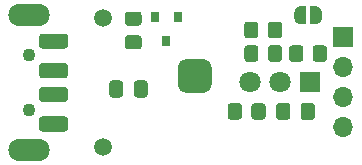
<source format=gbs>
G04 #@! TF.GenerationSoftware,KiCad,Pcbnew,5.1.9+dfsg1-1+deb11u1*
G04 #@! TF.CreationDate,2023-08-09T03:16:42+03:00*
G04 #@! TF.ProjectId,PTT-USB-Cable,5054542d-5553-4422-9d43-61626c652e6b,A*
G04 #@! TF.SameCoordinates,Original*
G04 #@! TF.FileFunction,Soldermask,Bot*
G04 #@! TF.FilePolarity,Negative*
%FSLAX46Y46*%
G04 Gerber Fmt 4.6, Leading zero omitted, Abs format (unit mm)*
G04 Created by KiCad (PCBNEW 5.1.9+dfsg1-1+deb11u1) date 2023-08-09 03:16:42*
%MOMM*%
%LPD*%
G01*
G04 APERTURE LIST*
%ADD10C,0.100000*%
%ADD11C,1.500000*%
%ADD12R,1.700000X1.700000*%
%ADD13O,1.700000X1.700000*%
%ADD14O,3.500000X1.900000*%
%ADD15C,1.100000*%
%ADD16C,1.800000*%
%ADD17R,1.800000X1.800000*%
%ADD18R,0.800000X0.900000*%
G04 APERTURE END LIST*
D10*
G36*
X76550000Y-100400602D02*
G01*
X76574534Y-100400602D01*
X76623365Y-100405412D01*
X76671490Y-100414984D01*
X76718445Y-100429228D01*
X76763778Y-100448005D01*
X76807051Y-100471136D01*
X76847850Y-100498396D01*
X76885779Y-100529524D01*
X76920476Y-100564221D01*
X76951604Y-100602150D01*
X76978864Y-100642949D01*
X77001995Y-100686222D01*
X77020772Y-100731555D01*
X77035016Y-100778510D01*
X77044588Y-100826635D01*
X77049398Y-100875466D01*
X77049398Y-100900000D01*
X77050000Y-100900000D01*
X77050000Y-101400000D01*
X77049398Y-101400000D01*
X77049398Y-101424534D01*
X77044588Y-101473365D01*
X77035016Y-101521490D01*
X77020772Y-101568445D01*
X77001995Y-101613778D01*
X76978864Y-101657051D01*
X76951604Y-101697850D01*
X76920476Y-101735779D01*
X76885779Y-101770476D01*
X76847850Y-101801604D01*
X76807051Y-101828864D01*
X76763778Y-101851995D01*
X76718445Y-101870772D01*
X76671490Y-101885016D01*
X76623365Y-101894588D01*
X76574534Y-101899398D01*
X76550000Y-101899398D01*
X76550000Y-101900000D01*
X76050000Y-101900000D01*
X76050000Y-100400000D01*
X76550000Y-100400000D01*
X76550000Y-100400602D01*
G37*
G36*
X75750000Y-101900000D02*
G01*
X75250000Y-101900000D01*
X75250000Y-101899398D01*
X75225466Y-101899398D01*
X75176635Y-101894588D01*
X75128510Y-101885016D01*
X75081555Y-101870772D01*
X75036222Y-101851995D01*
X74992949Y-101828864D01*
X74952150Y-101801604D01*
X74914221Y-101770476D01*
X74879524Y-101735779D01*
X74848396Y-101697850D01*
X74821136Y-101657051D01*
X74798005Y-101613778D01*
X74779228Y-101568445D01*
X74764984Y-101521490D01*
X74755412Y-101473365D01*
X74750602Y-101424534D01*
X74750602Y-101400000D01*
X74750000Y-101400000D01*
X74750000Y-100900000D01*
X74750602Y-100900000D01*
X74750602Y-100875466D01*
X74755412Y-100826635D01*
X74764984Y-100778510D01*
X74779228Y-100731555D01*
X74798005Y-100686222D01*
X74821136Y-100642949D01*
X74848396Y-100602150D01*
X74879524Y-100564221D01*
X74914221Y-100529524D01*
X74952150Y-100498396D01*
X74992949Y-100471136D01*
X75036222Y-100448005D01*
X75081555Y-100429228D01*
X75128510Y-100414984D01*
X75176635Y-100405412D01*
X75225466Y-100400602D01*
X75250000Y-100400602D01*
X75250000Y-100400000D01*
X75750000Y-100400000D01*
X75750000Y-101900000D01*
G37*
G36*
G01*
X71700000Y-101949999D02*
X71700000Y-102850001D01*
G75*
G02*
X71450001Y-103100000I-249999J0D01*
G01*
X70749999Y-103100000D01*
G75*
G02*
X70500000Y-102850001I0J249999D01*
G01*
X70500000Y-101949999D01*
G75*
G02*
X70749999Y-101700000I249999J0D01*
G01*
X71450001Y-101700000D01*
G75*
G02*
X71700000Y-101949999I0J-249999D01*
G01*
G37*
G36*
G01*
X73700000Y-101949999D02*
X73700000Y-102850001D01*
G75*
G02*
X73450001Y-103100000I-249999J0D01*
G01*
X72749999Y-103100000D01*
G75*
G02*
X72500000Y-102850001I0J249999D01*
G01*
X72500000Y-101949999D01*
G75*
G02*
X72749999Y-101700000I249999J0D01*
G01*
X73450001Y-101700000D01*
G75*
G02*
X73700000Y-101949999I0J-249999D01*
G01*
G37*
D11*
X58500000Y-112350000D03*
X58500000Y-101350000D03*
D12*
X78900000Y-103000000D03*
D13*
X78900000Y-105540000D03*
X78900000Y-108080000D03*
X78900000Y-110620000D03*
G36*
G01*
X55600000Y-107525000D02*
X55600000Y-108175000D01*
G75*
G02*
X55275000Y-108500000I-325000J0D01*
G01*
X53425000Y-108500000D01*
G75*
G02*
X53100000Y-108175000I0J325000D01*
G01*
X53100000Y-107525000D01*
G75*
G02*
X53425000Y-107200000I325000J0D01*
G01*
X55275000Y-107200000D01*
G75*
G02*
X55600000Y-107525000I0J-325000D01*
G01*
G37*
G36*
G01*
X55600000Y-105525000D02*
X55600000Y-106175000D01*
G75*
G02*
X55275000Y-106500000I-325000J0D01*
G01*
X53425000Y-106500000D01*
G75*
G02*
X53100000Y-106175000I0J325000D01*
G01*
X53100000Y-105525000D01*
G75*
G02*
X53425000Y-105200000I325000J0D01*
G01*
X55275000Y-105200000D01*
G75*
G02*
X55600000Y-105525000I0J-325000D01*
G01*
G37*
G36*
G01*
X55600000Y-110025000D02*
X55600000Y-110675000D01*
G75*
G02*
X55275000Y-111000000I-325000J0D01*
G01*
X53425000Y-111000000D01*
G75*
G02*
X53100000Y-110675000I0J325000D01*
G01*
X53100000Y-110025000D01*
G75*
G02*
X53425000Y-109700000I325000J0D01*
G01*
X55275000Y-109700000D01*
G75*
G02*
X55600000Y-110025000I0J-325000D01*
G01*
G37*
G36*
G01*
X55600000Y-103025000D02*
X55600000Y-103675000D01*
G75*
G02*
X55275000Y-104000000I-325000J0D01*
G01*
X53425000Y-104000000D01*
G75*
G02*
X53100000Y-103675000I0J325000D01*
G01*
X53100000Y-103025000D01*
G75*
G02*
X53425000Y-102700000I325000J0D01*
G01*
X55275000Y-102700000D01*
G75*
G02*
X55600000Y-103025000I0J-325000D01*
G01*
G37*
D14*
X52300000Y-112550000D03*
X52300000Y-101150000D03*
D15*
X52300000Y-109150000D03*
X52300000Y-104550000D03*
G36*
G01*
X64850000Y-107025000D02*
X64850000Y-105575000D01*
G75*
G02*
X65575000Y-104850000I725000J0D01*
G01*
X67025000Y-104850000D01*
G75*
G02*
X67750000Y-105575000I0J-725000D01*
G01*
X67750000Y-107025000D01*
G75*
G02*
X67025000Y-107750000I-725000J0D01*
G01*
X65575000Y-107750000D01*
G75*
G02*
X64850000Y-107025000I0J725000D01*
G01*
G37*
G36*
G01*
X61150000Y-107875000D02*
X61150000Y-106925000D01*
G75*
G02*
X61400000Y-106675000I250000J0D01*
G01*
X62075000Y-106675000D01*
G75*
G02*
X62325000Y-106925000I0J-250000D01*
G01*
X62325000Y-107875000D01*
G75*
G02*
X62075000Y-108125000I-250000J0D01*
G01*
X61400000Y-108125000D01*
G75*
G02*
X61150000Y-107875000I0J250000D01*
G01*
G37*
G36*
G01*
X59075000Y-107874725D02*
X59075000Y-106925275D01*
G75*
G02*
X59325275Y-106675000I250275J0D01*
G01*
X59999725Y-106675000D01*
G75*
G02*
X60250000Y-106925275I0J-250275D01*
G01*
X60250000Y-107874725D01*
G75*
G02*
X59999725Y-108125000I-250275J0D01*
G01*
X59325275Y-108125000D01*
G75*
G02*
X59075000Y-107874725I0J250275D01*
G01*
G37*
G36*
G01*
X75287500Y-109774725D02*
X75287500Y-108825275D01*
G75*
G02*
X75537775Y-108575000I250275J0D01*
G01*
X76212225Y-108575000D01*
G75*
G02*
X76462500Y-108825275I0J-250275D01*
G01*
X76462500Y-109774725D01*
G75*
G02*
X76212225Y-110025000I-250275J0D01*
G01*
X75537775Y-110025000D01*
G75*
G02*
X75287500Y-109774725I0J250275D01*
G01*
G37*
G36*
G01*
X73212500Y-109775000D02*
X73212500Y-108825000D01*
G75*
G02*
X73462500Y-108575000I250000J0D01*
G01*
X74137500Y-108575000D01*
G75*
G02*
X74387500Y-108825000I0J-250000D01*
G01*
X74387500Y-109775000D01*
G75*
G02*
X74137500Y-110025000I-250000J0D01*
G01*
X73462500Y-110025000D01*
G75*
G02*
X73212500Y-109775000I0J250000D01*
G01*
G37*
D16*
X71020000Y-106800000D03*
X73560000Y-106800000D03*
D17*
X76100000Y-106800000D03*
G36*
G01*
X71700000Y-103949999D02*
X71700000Y-104850001D01*
G75*
G02*
X71450001Y-105100000I-249999J0D01*
G01*
X70749999Y-105100000D01*
G75*
G02*
X70500000Y-104850001I0J249999D01*
G01*
X70500000Y-103949999D01*
G75*
G02*
X70749999Y-103700000I249999J0D01*
G01*
X71450001Y-103700000D01*
G75*
G02*
X71700000Y-103949999I0J-249999D01*
G01*
G37*
G36*
G01*
X73700000Y-103949999D02*
X73700000Y-104850001D01*
G75*
G02*
X73450001Y-105100000I-249999J0D01*
G01*
X72749999Y-105100000D01*
G75*
G02*
X72500000Y-104850001I0J249999D01*
G01*
X72500000Y-103949999D01*
G75*
G02*
X72749999Y-103700000I249999J0D01*
G01*
X73450001Y-103700000D01*
G75*
G02*
X73700000Y-103949999I0J-249999D01*
G01*
G37*
G36*
G01*
X70300000Y-108849999D02*
X70300000Y-109750001D01*
G75*
G02*
X70050001Y-110000000I-249999J0D01*
G01*
X69349999Y-110000000D01*
G75*
G02*
X69100000Y-109750001I0J249999D01*
G01*
X69100000Y-108849999D01*
G75*
G02*
X69349999Y-108600000I249999J0D01*
G01*
X70050001Y-108600000D01*
G75*
G02*
X70300000Y-108849999I0J-249999D01*
G01*
G37*
G36*
G01*
X72300000Y-108849999D02*
X72300000Y-109750001D01*
G75*
G02*
X72050001Y-110000000I-249999J0D01*
G01*
X71349999Y-110000000D01*
G75*
G02*
X71100000Y-109750001I0J249999D01*
G01*
X71100000Y-108849999D01*
G75*
G02*
X71349999Y-108600000I249999J0D01*
G01*
X72050001Y-108600000D01*
G75*
G02*
X72300000Y-108849999I0J-249999D01*
G01*
G37*
D18*
X63900000Y-103300000D03*
X64850000Y-101300000D03*
X62950000Y-101300000D03*
G36*
G01*
X60649999Y-102850000D02*
X61550001Y-102850000D01*
G75*
G02*
X61800000Y-103099999I0J-249999D01*
G01*
X61800000Y-103800001D01*
G75*
G02*
X61550001Y-104050000I-249999J0D01*
G01*
X60649999Y-104050000D01*
G75*
G02*
X60400000Y-103800001I0J249999D01*
G01*
X60400000Y-103099999D01*
G75*
G02*
X60649999Y-102850000I249999J0D01*
G01*
G37*
G36*
G01*
X60649999Y-100850000D02*
X61550001Y-100850000D01*
G75*
G02*
X61800000Y-101099999I0J-249999D01*
G01*
X61800000Y-101800001D01*
G75*
G02*
X61550001Y-102050000I-249999J0D01*
G01*
X60649999Y-102050000D01*
G75*
G02*
X60400000Y-101800001I0J249999D01*
G01*
X60400000Y-101099999D01*
G75*
G02*
X60649999Y-100850000I249999J0D01*
G01*
G37*
G36*
G01*
X75500000Y-103949999D02*
X75500000Y-104850001D01*
G75*
G02*
X75250001Y-105100000I-249999J0D01*
G01*
X74549999Y-105100000D01*
G75*
G02*
X74300000Y-104850001I0J249999D01*
G01*
X74300000Y-103949999D01*
G75*
G02*
X74549999Y-103700000I249999J0D01*
G01*
X75250001Y-103700000D01*
G75*
G02*
X75500000Y-103949999I0J-249999D01*
G01*
G37*
G36*
G01*
X77500000Y-103949999D02*
X77500000Y-104850001D01*
G75*
G02*
X77250001Y-105100000I-249999J0D01*
G01*
X76549999Y-105100000D01*
G75*
G02*
X76300000Y-104850001I0J249999D01*
G01*
X76300000Y-103949999D01*
G75*
G02*
X76549999Y-103700000I249999J0D01*
G01*
X77250001Y-103700000D01*
G75*
G02*
X77500000Y-103949999I0J-249999D01*
G01*
G37*
M02*

</source>
